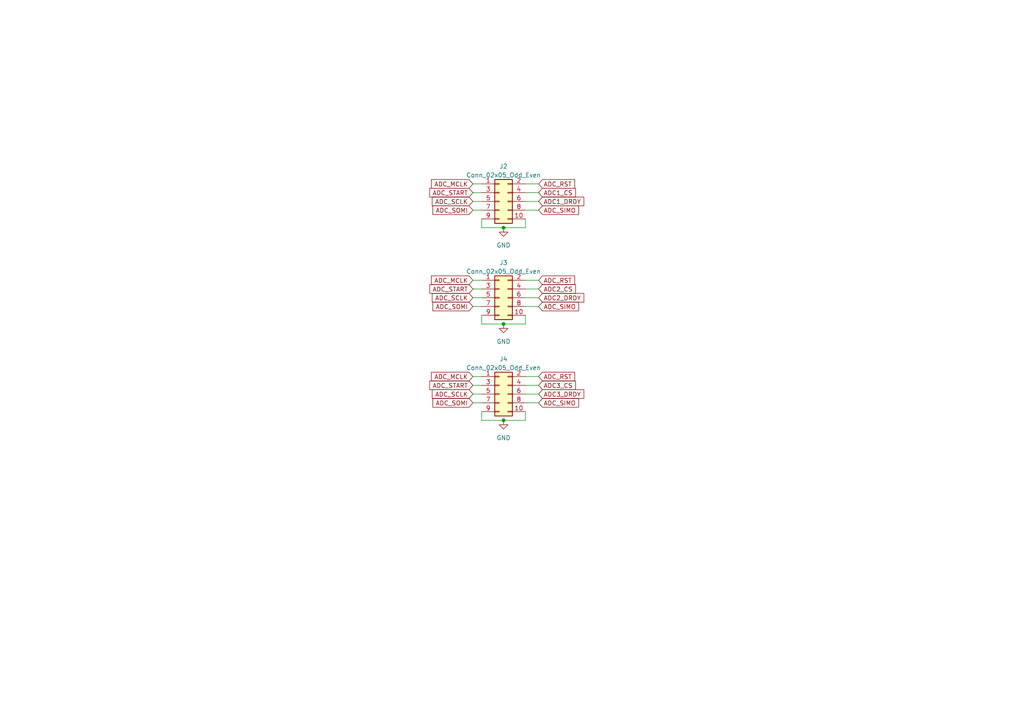
<source format=kicad_sch>
(kicad_sch (version 20230121) (generator eeschema)
  (paper "A4")
  (lib_symbols
    (symbol "Connector_Generic:Conn_02x05_Odd_Even" (pin_names (offset 1.016) hide)
      (property "Reference" "J" (at 1.27 7.62 0))
      (property "Value" "Conn_02x05_Odd_Even" (at 1.27 -7.62 0))
      (symbol "Conn_02x05_Odd_Even_1_1"
        (rectangle (start -1.27 -4.953) (end 0 -5.207) (stroke (width 0.1524)))
        (rectangle (start -1.27 -2.413) (end 0 -2.667) (stroke (width 0.1524)))
        (rectangle (start -1.27 0.127) (end 0 -0.127) (stroke (width 0.1524)))
        (rectangle (start -1.27 2.667) (end 0 2.413) (stroke (width 0.1524)))
        (rectangle (start -1.27 5.207) (end 0 4.953) (stroke (width 0.1524)))
        (rectangle (start -1.27 6.35) (end 3.81 -6.35) (stroke (width 0.254)) (fill (type background)))
        (rectangle (start 3.81 -4.953) (end 2.54 -5.207) (stroke (width 0.1524)))
        (rectangle (start 3.81 -2.413) (end 2.54 -2.667) (stroke (width 0.1524)))
        (rectangle (start 3.81 0.127) (end 2.54 -0.127) (stroke (width 0.1524)))
        (rectangle (start 3.81 2.667) (end 2.54 2.413) (stroke (width 0.1524)))
        (rectangle (start 3.81 5.207) (end 2.54 4.953) (stroke (width 0.1524)))
        (pin passive line (at -5.08 5.08 0) (length 3.81) (name "Pin_1") (number "1"))
        (pin passive line (at 7.62 -5.08 180) (length 3.81) (name "Pin_10") (number "10"))
        (pin passive line (at 7.62 5.08 180) (length 3.81) (name "Pin_2") (number "2"))
        (pin passive line (at -5.08 2.54 0) (length 3.81) (name "Pin_3") (number "3"))
        (pin passive line (at 7.62 2.54 180) (length 3.81) (name "Pin_4") (number "4"))
        (pin passive line (at -5.08 0 0) (length 3.81) (name "Pin_5") (number "5"))
        (pin passive line (at 7.62 0 180) (length 3.81) (name "Pin_6") (number "6"))
        (pin passive line (at -5.08 -2.54 0) (length 3.81) (name "Pin_7") (number "7"))
        (pin passive line (at 7.62 -2.54 180) (length 3.81) (name "Pin_8") (number "8"))
        (pin passive line (at -5.08 -5.08 0) (length 3.81) (name "Pin_9") (number "9"))
      )
    )
    (symbol "power:GND" (power) (pin_names (offset 0))
      (property "Value" "GND" (at 0 -3.81 0))
      (symbol "GND_0_1"
        (polyline (pts (xy 0 0) (xy 0 -1.27) (xy 1.27 -1.27) (xy 0 -2.54) (xy -1.27 -1.27) (xy 0 -1.27)))
      )
      (symbol "GND_1_1"
        (pin power_in line (at 0 0 270) (length 0) hide (name "GND") (number "1"))
      )
    )
  )
  (junction (at 146.05 66.04))
  (junction (at 146.05 121.92))
  (junction (at 146.05 93.98))
  (wire (pts (xy 156.21 55.88) (xy 152.4 55.88)))
  (wire (pts (xy 156.21 86.36) (xy 152.4 86.36)))
  (wire (pts (xy 156.21 88.9) (xy 152.4 88.9)))
  (wire (pts (xy 156.21 53.34) (xy 152.4 53.34)))
  (wire (pts (xy 139.7 66.04) (xy 146.05 66.04)))
  (wire (pts (xy 156.21 109.22) (xy 152.4 109.22)))
  (wire (pts (xy 152.4 121.92) (xy 146.05 121.92)))
  (wire (pts (xy 156.21 114.3) (xy 152.4 114.3)))
  (wire (pts (xy 139.7 121.92) (xy 146.05 121.92)))
  (wire (pts (xy 137.16 111.76) (xy 139.7 111.76)))
  (wire (pts (xy 139.7 93.98) (xy 146.05 93.98)))
  (wire (pts (xy 137.16 109.22) (xy 139.7 109.22)))
  (wire (pts (xy 156.21 111.76) (xy 152.4 111.76)))
  (wire (pts (xy 137.16 55.88) (xy 139.7 55.88)))
  (wire (pts (xy 137.16 53.34) (xy 139.7 53.34)))
  (wire (pts (xy 156.21 60.96) (xy 152.4 60.96)))
  (wire (pts (xy 137.16 83.82) (xy 139.7 83.82)))
  (wire (pts (xy 152.4 119.38) (xy 152.4 121.92)))
  (wire (pts (xy 137.16 58.42) (xy 139.7 58.42)))
  (wire (pts (xy 139.7 63.5) (xy 139.7 66.04)))
  (wire (pts (xy 139.7 91.44) (xy 139.7 93.98)))
  (wire (pts (xy 137.16 88.9) (xy 139.7 88.9)))
  (wire (pts (xy 139.7 119.38) (xy 139.7 121.92)))
  (wire (pts (xy 156.21 58.42) (xy 152.4 58.42)))
  (wire (pts (xy 156.21 81.28) (xy 152.4 81.28)))
  (wire (pts (xy 156.21 83.82) (xy 152.4 83.82)))
  (wire (pts (xy 156.21 116.84) (xy 152.4 116.84)))
  (wire (pts (xy 137.16 60.96) (xy 139.7 60.96)))
  (wire (pts (xy 137.16 116.84) (xy 139.7 116.84)))
  (wire (pts (xy 137.16 86.36) (xy 139.7 86.36)))
  (wire (pts (xy 152.4 63.5) (xy 152.4 66.04)))
  (wire (pts (xy 152.4 66.04) (xy 146.05 66.04)))
  (wire (pts (xy 152.4 93.98) (xy 146.05 93.98)))
  (wire (pts (xy 137.16 114.3) (xy 139.7 114.3)))
  (wire (pts (xy 152.4 91.44) (xy 152.4 93.98)))
  (wire (pts (xy 137.16 81.28) (xy 139.7 81.28)))
  (global_label "ADC_RST" (shape input) (at 156.21 53.34 0) (property "Intersheetrefs" "${INTERSHEET_REFS}" (effects hide)))
  (global_label "ADC2_DRDY" (shape input) (at 156.21 86.36 0) (property "Intersheetrefs" "${INTERSHEET_REFS}" (effects hide)))
  (global_label "ADC_SOMI" (shape input) (at 137.16 116.84 180) (property "Intersheetrefs" "${INTERSHEET_REFS}" (effects hide)))
  (global_label "ADC1_DRDY" (shape input) (at 156.21 58.42 0) (property "Intersheetrefs" "${INTERSHEET_REFS}" (effects hide)))
  (global_label "ADC_SIMO" (shape input) (at 156.21 116.84 0) (property "Intersheetrefs" "${INTERSHEET_REFS}" (effects hide)))
  (global_label "ADC_MCLK" (shape input) (at 137.16 109.22 180) (property "Intersheetrefs" "${INTERSHEET_REFS}" (effects hide)))
  (global_label "ADC_RST" (shape input) (at 156.21 81.28 0) (property "Intersheetrefs" "${INTERSHEET_REFS}" (effects hide)))
  (global_label "ADC_MCLK" (shape input) (at 137.16 53.34 180) (property "Intersheetrefs" "${INTERSHEET_REFS}" (effects hide)))
  (global_label "ADC1_CS" (shape input) (at 156.21 55.88 0) (property "Intersheetrefs" "${INTERSHEET_REFS}" (effects hide)))
  (global_label "ADC3_DRDY" (shape input) (at 156.21 114.3 0) (property "Intersheetrefs" "${INTERSHEET_REFS}" (effects hide)))
  (global_label "ADC2_CS" (shape input) (at 156.21 83.82 0) (property "Intersheetrefs" "${INTERSHEET_REFS}" (effects hide)))
  (global_label "ADC_SCLK" (shape input) (at 137.16 86.36 180) (property "Intersheetrefs" "${INTERSHEET_REFS}" (effects hide)))
  (global_label "ADC_SOMI" (shape input) (at 137.16 60.96 180) (property "Intersheetrefs" "${INTERSHEET_REFS}" (effects hide)))
  (global_label "ADC_SCLK" (shape input) (at 137.16 114.3 180) (property "Intersheetrefs" "${INTERSHEET_REFS}" (effects hide)))
  (global_label "ADC_START" (shape input) (at 137.16 111.76 180) (property "Intersheetrefs" "${INTERSHEET_REFS}" (effects hide)))
  (global_label "ADC_MCLK" (shape input) (at 137.16 81.28 180) (property "Intersheetrefs" "${INTERSHEET_REFS}" (effects hide)))
  (global_label "ADC_SIMO" (shape input) (at 156.21 60.96 0) (property "Intersheetrefs" "${INTERSHEET_REFS}" (effects hide)))
  (global_label "ADC_START" (shape input) (at 137.16 55.88 180) (property "Intersheetrefs" "${INTERSHEET_REFS}" (effects hide)))
  (global_label "ADC_RST" (shape input) (at 156.21 109.22 0) (property "Intersheetrefs" "${INTERSHEET_REFS}" (effects hide)))
  (global_label "ADC3_CS" (shape input) (at 156.21 111.76 0) (property "Intersheetrefs" "${INTERSHEET_REFS}" (effects hide)))
  (global_label "ADC_SCLK" (shape input) (at 137.16 58.42 180) (property "Intersheetrefs" "${INTERSHEET_REFS}" (effects hide)))
  (global_label "ADC_START" (shape input) (at 137.16 83.82 180) (property "Intersheetrefs" "${INTERSHEET_REFS}" (effects hide)))
  (global_label "ADC_SOMI" (shape input) (at 137.16 88.9 180) (property "Intersheetrefs" "${INTERSHEET_REFS}" (effects hide)))
  (global_label "ADC_SIMO" (shape input) (at 156.21 88.9 0) (property "Intersheetrefs" "${INTERSHEET_REFS}" (effects hide)))
  (symbol (lib_id "power:GND") (at 146.05 66.04 0) (unit 1)
    (property "Reference" "#PWR09" (effects hide))
    (property "Value" "GND" (at 146.05 71.12 0))
  )
  (symbol (lib_id "Connector_Generic:Conn_02x05_Odd_Even") (at 144.78 58.42 0) (unit 1)
    (property "Reference" "J2" (at 146.05 48.26 0))
    (property "Value" "Conn_02x05_Odd_Even" (at 146.05 50.8 0))
  )
  (symbol (lib_id "power:GND") (at 146.05 121.92 0) (unit 1)
    (property "Reference" "#PWR011" (effects hide))
    (property "Value" "GND" (at 146.05 127 0))
  )
  (symbol (lib_id "Connector_Generic:Conn_02x05_Odd_Even") (at 144.78 86.36 0) (unit 1)
    (property "Reference" "J3" (at 146.05 76.2 0))
    (property "Value" "Conn_02x05_Odd_Even" (at 146.05 78.74 0))
  )
  (symbol (lib_id "Connector_Generic:Conn_02x05_Odd_Even") (at 144.78 114.3 0) (unit 1)
    (property "Reference" "J4" (at 146.05 104.14 0))
    (property "Value" "Conn_02x05_Odd_Even" (at 146.05 106.68 0))
  )
  (symbol (lib_id "power:GND") (at 146.05 93.98 0) (unit 1)
    (property "Reference" "#PWR010" (effects hide))
    (property "Value" "GND" (at 146.05 99.06 0))
  )
)
</source>
